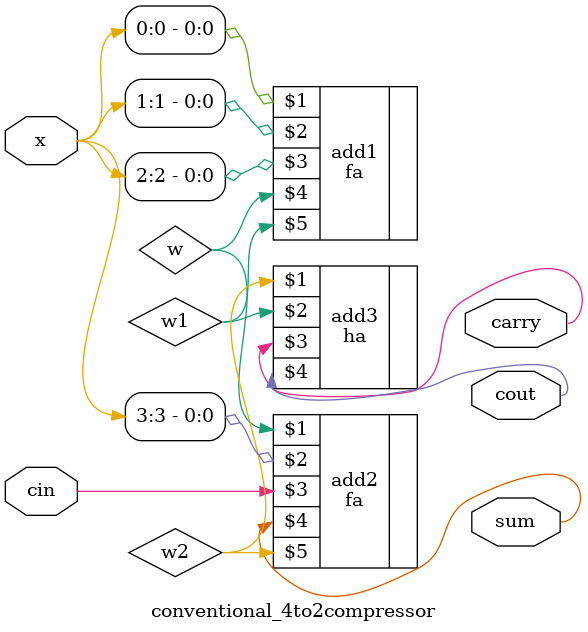
<source format=v>
`timescale 1ns / 1ps
module conventional_4to2compressor(x,cin,cout,carry,sum
    );
	 input [3:0]x;
	 input cin;
	 output sum,carry,cout;
	 
	 wire w,w1,w2;
	 
	 fa add1(x[0],x[1],x[2],w,w1);
	 fa add2(w,x[3],cin,sum,w2);
	 ha add3(w2,w1,carry,cout);
    

endmodule

</source>
